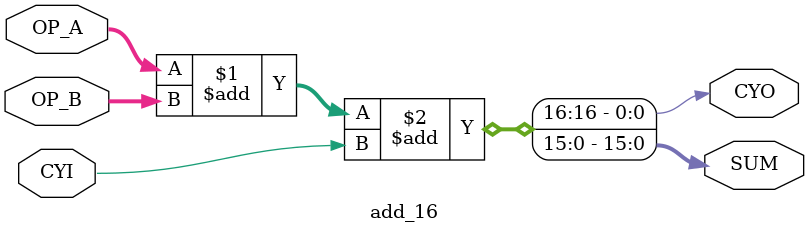
<source format=v>
module add_16 #(
	parameter WIDTH = 16
) (
	input [WIDTH-1:0]OP_A,OP_B,
	input CYI,
	output [WIDTH-1:0]SUM,
	output CYO
);
	assign {CYO,SUM} = OP_A+OP_B+CYI;
endmodule
</source>
